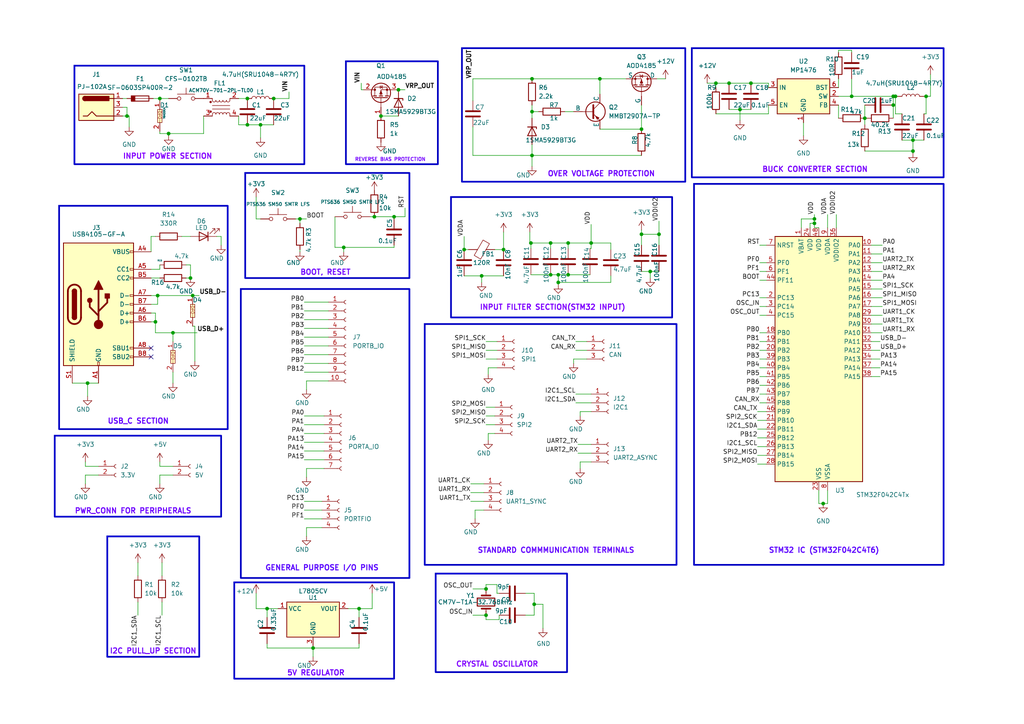
<source format=kicad_sch>
(kicad_sch (version 20230121) (generator eeschema)
  (paper "A4")
  (title_block (title "STM32 DEV KIT") (date "2024-04-04") (rev "REV1") (company "THE MIRS MECHATRONICS") (comment 1 "DESIGNED BY: JUNAID AHMAD MIR"))
  (junction (at 264.795 43.815))
  (junction (at 259.08 27.94))
  (junction (at 154.305 32.385))
  (junction (at 140.97 170.815))
  (junction (at 75.565 36.195))
  (junction (at 45.085 93.345))
  (junction (at 154.305 22.86))
  (junction (at 115.57 26.035))
  (junction (at 207.645 24.13))
  (junction (at 50.165 96.52))
  (junction (at 214.63 31.75))
  (junction (at 71.755 36.195))
  (junction (at 46.355 28.575))
  (junction (at 159.7025 79.6925))
  (junction (at 250.825 34.29))
  (junction (at 104.14 176.53))
  (junction (at 186.055 37.465))
  (junction (at 110.49 33.655))
  (junction (at 146.05 72.39))
  (junction (at 86.995 63.5))
  (junction (at 247.015 27.94))
  (junction (at 140.97 178.435))
  (junction (at 154.94 175.26))
  (junction (at 164.7825 70.485))
  (junction (at 139.7 80.01))
  (junction (at 236.22 64.77))
  (junction (at 55.245 80.645))
  (junction (at 164.7825 79.6925))
  (junction (at 264.795 40.64))
  (junction (at 71.755 28.575))
  (junction (at 134.62 72.39))
  (junction (at 55.88 85.725))
  (junction (at 259.715 27.94))
  (junction (at 36.83 33.655))
  (junction (at 186.055 67.945))
  (junction (at 259.08 30.48))
  (junction (at 171.45 70.485))
  (junction (at 236.22 63.5))
  (junction (at 77.47 176.53))
  (junction (at 268.605 27.94))
  (junction (at 161.925 79.6925))
  (junction (at 161.925 81.915))
  (junction (at 45.72 85.725))
  (junction (at 173.99 22.86))
  (junction (at 188.595 78.74))
  (junction (at 211.455 24.13))
  (junction (at 79.375 28.575))
  (junction (at 25.4 111.125))
  (junction (at 153.9875 70.485))
  (junction (at 99.695 71.755))
  (junction (at 154.305 45.085))
  (junction (at 191.135 67.945))
  (junction (at 108.585 62.865))
  (junction (at 90.805 187.96))
  (junction (at 114.3 62.865))
  (junction (at 48.895 38.735))
  (junction (at 217.805 24.13))
  (junction (at 159.7025 70.485))
  (junction (at 238.76 146.05))
  (no_connect (at 43.815 100.965))
  (no_connect (at 43.815 103.505))
  (wire (pts (xy 219.71 124.46) (xy 222.25 124.46)))
  (wire (pts (xy 171.45 72.0725) (xy 171.1325 72.0725)))
  (wire (pts (xy 46.355 38.735) (xy 46.355 38.1)))
  (wire (pts (xy 88.265 90.17) (xy 95.25 90.17)))
  (wire (pts (xy 220.345 81.28) (xy 222.25 81.28)))
  (wire (pts (xy 45.085 90.805) (xy 45.085 93.345)))
  (wire (pts (xy 259.715 27.94) (xy 260.35 27.94)))
  (wire (pts (xy 46.355 133.985) (xy 46.355 135.255)))
  (wire (pts (xy 219.71 119.38) (xy 222.25 119.38)))
  (wire (pts (xy 186.055 71.12) (xy 186.055 67.945)))
  (wire (pts (xy 252.73 78.74) (xy 255.905 78.74)))
  (wire (pts (xy 86.995 63.5) (xy 88.9 63.5)))
  (wire (pts (xy 167.005 101.6) (xy 170.18 101.6)))
  (wire (pts (xy 161.925 81.915) (xy 161.925 79.6925)))
  (wire (pts (xy 88.265 102.87) (xy 95.25 102.87)))
  (wire (pts (xy 161.925 79.6925) (xy 164.7825 79.6925)))
  (wire (pts (xy 252.73 99.06) (xy 255.27 99.06)))
  (wire (pts (xy 267.97 27.94) (xy 268.605 27.94)))
  (wire (pts (xy 190.5 22.86) (xy 193.04 22.86)))
  (wire (pts (xy 167.005 116.84) (xy 171.45 116.84)))
  (wire (pts (xy 77.47 187.96) (xy 90.805 187.96)))
  (wire (pts (xy 161.925 82.55) (xy 161.925 81.915)))
  (wire (pts (xy 46.99 174.625) (xy 46.99 178.435)))
  (wire (pts (xy 222.885 25.4) (xy 222.885 24.13)))
  (wire (pts (xy 243.205 22.86) (xy 243.205 25.4)))
  (wire (pts (xy 252.73 86.36) (xy 255.905 86.36)))
  (wire (pts (xy 52.705 68.58) (xy 55.245 68.58)))
  (wire (pts (xy 167.005 99.06) (xy 170.18 99.06)))
  (wire (pts (xy 188.595 78.74) (xy 191.135 78.74)))
  (wire (pts (xy 88.265 130.81) (xy 93.98 130.81)))
  (wire (pts (xy 143.51 125.73) (xy 141.605 125.73)))
  (wire (pts (xy 104.14 176.53) (xy 104.14 179.07)))
  (wire (pts (xy 220.345 76.2) (xy 222.25 76.2)))
  (wire (pts (xy 252.73 88.9) (xy 255.905 88.9)))
  (wire (pts (xy 157.48 175.26) (xy 154.94 175.26)))
  (wire (pts (xy 114.3 63.5) (xy 114.3 62.865)))
  (wire (pts (xy 69.215 28.575) (xy 71.755 28.575)))
  (wire (pts (xy 153.9875 70.485) (xy 153.9875 72.0725)))
  (wire (pts (xy 220.345 116.84) (xy 222.25 116.84)))
  (wire (pts (xy 77.47 176.53) (xy 80.645 176.53)))
  (wire (pts (xy 144.78 178.435) (xy 144.78 179.705)))
  (wire (pts (xy 88.265 147.955) (xy 93.345 147.955)))
  (wire (pts (xy 219.71 127) (xy 222.25 127)))
  (wire (pts (xy 173.99 27.305) (xy 173.99 22.86)))
  (wire (pts (xy 144.145 106.68) (xy 141.605 106.68)))
  (wire (pts (xy 177.165 80.01) (xy 177.165 81.915)))
  (wire (pts (xy 137.16 22.86) (xy 137.16 29.21)))
  (wire (pts (xy 43.815 68.58) (xy 43.815 73.025)))
  (wire (pts (xy 252.73 93.98) (xy 255.905 93.98)))
  (wire (pts (xy 93.98 135.89) (xy 88.9 135.89)))
  (wire (pts (xy 177.165 70.485) (xy 171.45 70.485)))
  (wire (pts (xy 250.825 34.29) (xy 251.46 34.29)))
  (wire (pts (xy 77.47 176.53) (xy 77.47 179.07)))
  (wire (pts (xy 267.97 33.02) (xy 268.605 33.02)))
  (wire (pts (xy 88.265 95.25) (xy 95.25 95.25)))
  (wire (pts (xy 252.73 106.68) (xy 255.27 106.68)))
  (wire (pts (xy 107.315 62.865) (xy 108.585 62.865)))
  (wire (pts (xy 167.64 128.905) (xy 171.45 128.905)))
  (wire (pts (xy 139.7 80.01) (xy 139.7 81.915)))
  (wire (pts (xy 64.135 68.58) (xy 64.135 71.12)))
  (wire (pts (xy 243.205 14.605) (xy 247.015 14.605)))
  (wire (pts (xy 43.815 88.265) (xy 45.72 88.265)))
  (wire (pts (xy 100.965 176.53) (xy 104.14 176.53)))
  (wire (pts (xy 46.355 28.575) (xy 48.895 28.575)))
  (wire (pts (xy 168.275 133.985) (xy 168.275 135.89)))
  (wire (pts (xy 88.9 135.89) (xy 88.9 138.43)))
  (wire (pts (xy 140.97 118.11) (xy 143.51 118.11)))
  (wire (pts (xy 188.595 78.74) (xy 188.595 80.645)))
  (wire (pts (xy 214.63 31.75) (xy 217.805 31.75)))
  (wire (pts (xy 220.345 86.36) (xy 222.25 86.36)))
  (wire (pts (xy 163.83 32.385) (xy 166.37 32.385)))
  (wire (pts (xy 88.265 107.95) (xy 95.25 107.95)))
  (wire (pts (xy 45.72 88.265) (xy 45.72 85.725)))
  (wire (pts (xy 243.205 34.29) (xy 243.205 30.48)))
  (wire (pts (xy 237.49 146.05) (xy 238.76 146.05)))
  (wire (pts (xy 259.08 27.94) (xy 259.08 30.48)))
  (wire (pts (xy 74.295 172.085) (xy 74.295 176.53)))
  (wire (pts (xy 191.135 71.12) (xy 191.135 67.945)))
  (wire (pts (xy 43.815 90.805) (xy 45.085 90.805)))
  (wire (pts (xy 140.97 101.6) (xy 144.145 101.6)))
  (wire (pts (xy 45.085 96.52) (xy 50.165 96.52)))
  (wire (pts (xy 107.95 172.085) (xy 107.95 176.53)))
  (wire (pts (xy 88.265 123.19) (xy 93.98 123.19)))
  (wire (pts (xy 140.97 178.435) (xy 140.97 179.705)))
  (wire (pts (xy 36.83 31.115) (xy 36.83 33.655)))
  (wire (pts (xy 35.56 33.655) (xy 36.83 33.655)))
  (wire (pts (xy 43.815 68.58) (xy 45.085 68.58)))
  (wire (pts (xy 146.05 80.01) (xy 139.7 80.01)))
  (wire (pts (xy 173.99 22.86) (xy 181.61 22.86)))
  (wire (pts (xy 104.775 26.035) (xy 105.41 26.035)))
  (wire (pts (xy 43.815 78.105) (xy 46.355 78.105)))
  (wire (pts (xy 88.9 110.49) (xy 95.25 110.49)))
  (wire (pts (xy 45.085 96.52) (xy 45.085 93.345)))
  (wire (pts (xy 137.16 36.83) (xy 137.16 45.085)))
  (wire (pts (xy 220.345 88.9) (xy 222.25 88.9)))
  (wire (pts (xy 159.7025 70.485) (xy 164.7825 70.485)))
  (wire (pts (xy 137.795 147.955) (xy 137.795 150.495)))
  (wire (pts (xy 144.145 169.545) (xy 144.145 172.085)))
  (wire (pts (xy 207.645 24.13) (xy 211.455 24.13)))
  (wire (pts (xy 88.265 128.27) (xy 93.98 128.27)))
  (wire (pts (xy 211.455 31.75) (xy 214.63 31.75)))
  (wire (pts (xy 48.895 39.37) (xy 48.895 38.735)))
  (wire (pts (xy 186.055 67.945) (xy 191.135 67.945)))
  (wire (pts (xy 152.4 178.435) (xy 154.94 178.435)))
  (wire (pts (xy 74.295 63.5) (xy 75.565 63.5)))
  (wire (pts (xy 86.995 63.5) (xy 86.995 64.77)))
  (wire (pts (xy 242.57 66.04) (xy 242.57 62.23)))
  (wire (pts (xy 115.57 26.035) (xy 117.475 26.035)))
  (wire (pts (xy 250.825 43.815) (xy 264.795 43.815)))
  (wire (pts (xy 53.975 80.645) (xy 55.245 80.645)))
  (wire (pts (xy 24.765 137.795) (xy 28.575 137.795)))
  (wire (pts (xy 43.815 93.345) (xy 45.085 93.345)))
  (wire (pts (xy 140.97 169.545) (xy 144.145 169.545)))
  (wire (pts (xy 146.05 67.31) (xy 146.05 72.39)))
  (wire (pts (xy 46.355 137.795) (xy 50.165 137.795)))
  (wire (pts (xy 99.695 71.755) (xy 114.3 71.755)))
  (wire (pts (xy 46.355 135.255) (xy 50.165 135.255)))
  (wire (pts (xy 252.73 96.52) (xy 255.905 96.52)))
  (wire (pts (xy 99.695 73.025) (xy 99.695 71.755)))
  (wire (pts (xy 141.605 125.73) (xy 141.605 127.635)))
  (wire (pts (xy 252.73 83.82) (xy 255.905 83.82)))
  (wire (pts (xy 56.515 94.615) (xy 55.88 94.615)))
  (wire (pts (xy 83.82 28.575) (xy 79.375 28.575)))
  (wire (pts (xy 154.305 22.86) (xy 173.99 22.86)))
  (wire (pts (xy 74.295 176.53) (xy 77.47 176.53)))
  (wire (pts (xy 219.71 132.08) (xy 222.25 132.08)))
  (wire (pts (xy 88.265 87.63) (xy 95.25 87.63)))
  (wire (pts (xy 137.16 178.435) (xy 140.97 178.435)))
  (wire (pts (xy 53.975 76.835) (xy 55.245 76.835)))
  (wire (pts (xy 159.7025 72.0725) (xy 159.7025 70.485)))
  (wire (pts (xy 154.94 175.26) (xy 154.94 178.435)))
  (wire (pts (xy 186.055 78.74) (xy 188.595 78.74)))
  (wire (pts (xy 36.83 33.655) (xy 37.465 33.655)))
  (wire (pts (xy 219.71 129.54) (xy 222.25 129.54)))
  (wire (pts (xy 252.73 76.2) (xy 255.905 76.2)))
  (wire (pts (xy 88.9 113.03) (xy 88.9 110.49)))
  (wire (pts (xy 104.14 187.96) (xy 90.805 187.96)))
  (wire (pts (xy 153.67 70.485) (xy 153.9875 70.485)))
  (wire (pts (xy 75.565 36.195) (xy 79.375 36.195)))
  (wire (pts (xy 86.995 73.025) (xy 86.995 72.39)))
  (wire (pts (xy 153.9875 79.6925) (xy 159.7025 79.6925)))
  (wire (pts (xy 83.82 26.67) (xy 83.82 28.575)))
  (wire (pts (xy 37.465 33.655) (xy 37.465 36.83)))
  (wire (pts (xy 137.16 22.86) (xy 154.305 22.86)))
  (wire (pts (xy 236.22 62.23) (xy 236.22 63.5)))
  (wire (pts (xy 104.14 186.69) (xy 104.14 187.96)))
  (wire (pts (xy 135.89 72.39) (xy 134.62 72.39)))
  (wire (pts (xy 252.73 81.28) (xy 255.905 81.28)))
  (wire (pts (xy 108.585 62.865) (xy 114.3 62.865)))
  (wire (pts (xy 88.265 150.495) (xy 93.345 150.495)))
  (wire (pts (xy 88.265 125.73) (xy 93.98 125.73)))
  (wire (pts (xy 220.345 91.44) (xy 222.25 91.44)))
  (wire (pts (xy 161.925 81.915) (xy 177.165 81.915)))
  (wire (pts (xy 259.08 30.48) (xy 259.08 34.29)))
  (wire (pts (xy 268.605 33.02) (xy 268.605 27.94)))
  (wire (pts (xy 46.355 140.335) (xy 46.355 137.795)))
  (wire (pts (xy 44.45 28.575) (xy 46.355 28.575)))
  (wire (pts (xy 252.73 73.66) (xy 255.905 73.66)))
  (wire (pts (xy 168.275 119.38) (xy 168.275 120.65)))
  (wire (pts (xy 166.37 104.14) (xy 166.37 105.41)))
  (wire (pts (xy 40.005 163.195) (xy 40.005 167.005)))
  (wire (pts (xy 55.245 76.835) (xy 55.245 80.645)))
  (wire (pts (xy 186.055 30.48) (xy 186.055 37.465)))
  (wire (pts (xy 88.265 133.35) (xy 93.98 133.35)))
  (wire (pts (xy 258.445 30.48) (xy 259.08 30.48)))
  (wire (pts (xy 25.4 114.935) (xy 25.4 111.125)))
  (wire (pts (xy 250.825 34.29) (xy 250.825 36.195)))
  (wire (pts (xy 217.805 24.13) (xy 222.885 24.13)))
  (wire (pts (xy 232.41 66.04) (xy 232.41 63.5)))
  (wire (pts (xy 159.7025 79.6925) (xy 161.925 79.6925)))
  (wire (pts (xy 88.265 120.65) (xy 93.98 120.65)))
  (wire (pts (xy 25.4 111.125) (xy 28.575 111.125)))
  (wire (pts (xy 240.03 142.24) (xy 240.03 146.05)))
  (wire (pts (xy 259.715 33.02) (xy 259.715 27.94)))
  (wire (pts (xy 232.41 63.5) (xy 236.22 63.5)))
  (wire (pts (xy 220.345 78.74) (xy 222.25 78.74)))
  (wire (pts (xy 74.295 57.15) (xy 74.295 63.5)))
  (wire (pts (xy 259.08 27.94) (xy 259.715 27.94)))
  (wire (pts (xy 220.345 101.6) (xy 222.25 101.6)))
  (wire (pts (xy 43.815 85.725) (xy 45.72 85.725)))
  (wire (pts (xy 88.265 100.33) (xy 95.25 100.33)))
  (wire (pts (xy 46.99 163.195) (xy 46.99 167.005)))
  (wire (pts (xy 154.305 48.26) (xy 154.305 45.085)))
  (wire (pts (xy 35.56 31.115) (xy 36.83 31.115)))
  (wire (pts (xy 220.345 106.68) (xy 222.25 106.68)))
  (wire (pts (xy 88.265 105.41) (xy 95.25 105.41)))
  (wire (pts (xy 62.865 68.58) (xy 64.135 68.58)))
  (wire (pts (xy 117.475 60.325) (xy 117.475 62.865)))
  (wire (pts (xy 20.955 111.125) (xy 25.4 111.125)))
  (wire (pts (xy 220.345 111.76) (xy 222.25 111.76)))
  (wire (pts (xy 164.7825 70.485) (xy 171.45 70.485)))
  (wire (pts (xy 220.345 109.22) (xy 222.25 109.22)))
  (wire (pts (xy 45.72 85.725) (xy 55.88 85.725)))
  (wire (pts (xy 220.345 96.52) (xy 222.25 96.52)))
  (wire (pts (xy 46.355 38.735) (xy 48.895 38.735)))
  (wire (pts (xy 236.22 63.5) (xy 236.22 64.77)))
  (wire (pts (xy 219.71 121.92) (xy 222.25 121.92)))
  (wire (pts (xy 220.345 104.14) (xy 222.25 104.14)))
  (wire (pts (xy 220.345 114.3) (xy 222.25 114.3)))
  (wire (pts (xy 264.795 43.815) (xy 264.795 44.45)))
  (wire (pts (xy 247.015 14.605) (xy 247.015 15.24)))
  (wire (pts (xy 85.725 63.5) (xy 86.995 63.5)))
  (wire (pts (xy 141.605 106.68) (xy 141.605 108.585)))
  (wire (pts (xy 153.9875 70.485) (xy 159.7025 70.485)))
  (wire (pts (xy 97.155 62.865) (xy 97.155 71.755)))
  (wire (pts (xy 24.765 135.255) (xy 28.575 135.255)))
  (wire (pts (xy 247.015 27.94) (xy 259.08 27.94)))
  (wire (pts (xy 24.765 133.985) (xy 24.765 135.255)))
  (wire (pts (xy 90.805 187.325) (xy 90.805 187.96)))
  (wire (pts (xy 136.525 145.415) (xy 140.335 145.415)))
  (wire (pts (xy 59.055 38.735) (xy 48.895 38.735)))
  (wire (pts (xy 137.16 170.815) (xy 140.97 170.815)))
  (wire (pts (xy 164.7825 72.0725) (xy 164.7825 70.485)))
  (wire (pts (xy 243.205 14.605) (xy 243.205 15.24)))
  (wire (pts (xy 252.73 101.6) (xy 255.27 101.6)))
  (wire (pts (xy 264.795 40.64) (xy 264.795 43.815)))
  (wire (pts (xy 88.9 153.035) (xy 88.9 155.575)))
  (wire (pts (xy 252.73 104.14) (xy 255.27 104.14)))
  (wire (pts (xy 154.94 172.085) (xy 154.94 175.26)))
  (wire (pts (xy 154.305 32.385) (xy 156.21 32.385)))
  (wire (pts (xy 56.515 94.615) (xy 56.515 104.775)))
  (wire (pts (xy 154.305 30.48) (xy 154.305 32.385)))
  (wire (pts (xy 140.97 99.06) (xy 144.145 99.06)))
  (wire (pts (xy 140.97 179.705) (xy 144.78 179.705)))
  (wire (pts (xy 69.215 36.195) (xy 71.755 36.195)))
  (wire (pts (xy 71.755 36.195) (xy 75.565 36.195)))
  (wire (pts (xy 207.645 33.02) (xy 222.885 33.02)))
  (wire (pts (xy 93.345 153.035) (xy 88.9 153.035)))
  (wire (pts (xy 269.875 21.59) (xy 269.875 27.94)))
  (wire (pts (xy 137.16 45.085) (xy 154.305 45.085)))
  (wire (pts (xy 233.045 35.56) (xy 233.045 39.37)))
  (wire (pts (xy 88.265 92.71) (xy 95.25 92.71)))
  (wire (pts (xy 136.525 140.335) (xy 140.335 140.335)))
  (wire (pts (xy 24.765 140.335) (xy 24.765 137.795)))
  (wire (pts (xy 136.525 142.875) (xy 140.335 142.875)))
  (wire (pts (xy 75.565 40.005) (xy 75.565 36.195)))
  (wire (pts (xy 152.4 172.085) (xy 154.94 172.085)))
  (wire (pts (xy 157.48 182.245) (xy 157.48 175.26)))
  (wire (pts (xy 144.145 172.085) (xy 144.78 172.085)))
  (wire (pts (xy 177.165 72.39) (xy 177.165 70.485)))
  (wire (pts (xy 236.22 64.77) (xy 236.22 66.04)))
  (wire (pts (xy 220.345 71.12) (xy 222.25 71.12)))
  (wire (pts (xy 247.015 22.86) (xy 247.015 27.94)))
  (wire (pts (xy 97.155 71.755) (xy 99.695 71.755)))
  (wire (pts (xy 261.62 40.64) (xy 264.795 40.64)))
  (wire (pts (xy 154.305 45.085) (xy 154.305 41.91)))
  (wire (pts (xy 40.005 174.625) (xy 40.005 178.435)))
  (wire (pts (xy 90.805 187.96) (xy 90.805 190.5)))
  (wire (pts (xy 222.885 30.48) (xy 222.885 33.02)))
  (wire (pts (xy 250.825 30.48) (xy 250.825 34.29)))
  (wire (pts (xy 140.335 147.955) (xy 137.795 147.955)))
  (wire (pts (xy 171.45 65.0875) (xy 171.45 70.485)))
  (wire (pts (xy 134.62 68.58) (xy 134.62 72.39)))
  (wire (pts (xy 252.73 71.12) (xy 255.905 71.12)))
  (wire (pts (xy 140.97 104.14) (xy 144.145 104.14)))
  (wire (pts (xy 240.03 146.05) (xy 238.76 146.05)))
  (wire (pts (xy 214.63 31.75) (xy 214.63 34.925)))
  (wire (pts (xy 117.475 62.865) (xy 114.3 62.865)))
  (wire (pts (xy 234.95 64.77) (xy 236.22 64.77)))
  (wire (pts (xy 170.18 104.14) (xy 166.37 104.14)))
  (wire (pts (xy 154.305 32.385) (xy 154.305 34.29)))
  (wire (pts (xy 237.49 142.24) (xy 237.49 146.05)))
  (wire (pts (xy 264.795 40.64) (xy 267.97 40.64)))
  (wire (pts (xy 55.88 85.725) (xy 57.785 85.725)))
  (wire (pts (xy 220.345 99.06) (xy 222.25 99.06)))
  (wire (pts (xy 69.215 33.655) (xy 69.215 36.195)))
  (wire (pts (xy 236.22 66.04) (xy 237.49 66.04)))
  (wire (pts (xy 43.815 80.645) (xy 46.355 80.645)))
  (wire (pts (xy 205.105 24.13) (xy 207.645 24.13)))
  (wire (pts (xy 191.135 64.135) (xy 191.135 67.945)))
  (wire (pts (xy 207.645 24.13) (xy 207.645 25.4)))
  (wire (pts (xy 146.05 72.39) (xy 143.51 72.39)))
  (wire (pts (xy 269.875 27.94) (xy 268.605 27.94)))
  (wire (pts (xy 104.775 24.13) (xy 104.775 26.035)))
  (wire (pts (xy 211.455 24.13) (xy 217.805 24.13)))
  (wire (pts (xy 35.56 28.575) (xy 36.83 28.575)))
  (wire (pts (xy 46.355 29.21) (xy 46.355 28.575)))
  (wire (pts (xy 252.73 109.22) (xy 255.27 109.22)))
  (wire (pts (xy 110.49 33.655) (xy 115.57 33.655)))
  (wire (pts (xy 186.055 66.675) (xy 186.055 67.945)))
  (wire (pts (xy 140.97 120.65) (xy 143.51 120.65)))
  (wire (pts (xy 234.95 66.04) (xy 234.95 64.77)))
  (wire (pts (xy 173.99 37.465) (xy 186.055 37.465)))
  (wire (pts (xy 88.265 145.415) (xy 93.345 145.415)))
  (wire (pts (xy 77.47 186.69) (xy 77.47 187.96)))
  (wire (pts (xy 50.165 96.52) (xy 50.165 99.06)))
  (wire (pts (xy 171.45 119.38) (xy 168.275 119.38)))
  (wire (pts (xy 140.97 123.19) (xy 143.51 123.19)))
  (wire (pts (xy 243.205 27.94) (xy 247.015 27.94)))
  (wire (pts (xy 140.97 169.545) (xy 140.97 170.815)))
  (wire (pts (xy 167.64 131.445) (xy 171.45 131.445)))
  (wire (pts (xy 50.165 96.52) (xy 57.15 96.52)))
  (wire (pts (xy 259.715 33.02) (xy 261.62 33.02)))
  (wire (pts (xy 46.355 78.105) (xy 46.355 76.835)))
  (wire (pts (xy 219.71 134.62) (xy 222.25 134.62)))
  (wire (pts (xy 153.67 67.31) (xy 153.67 70.485)))
  (wire (pts (xy 50.165 107.95) (xy 50.165 111.125)))
  (wire (pts (xy 252.73 91.44) (xy 255.905 91.44)))
  (wire (pts (xy 164.7825 79.6925) (xy 171.1325 79.6925)))
  (wire (pts (xy 88.265 97.79) (xy 95.25 97.79)))
  (wire (pts (xy 134.62 80.01) (xy 139.7 80.01)))
  (wire (pts (xy 114.3 71.755) (xy 114.3 71.12)))
  (wire (pts (xy 171.45 70.485) (xy 171.45 72.0725)))
  (wire (pts (xy 167.005 114.3) (xy 171.45 114.3)))
  (wire (pts (xy 59.055 33.655) (xy 59.055 38.735)))
  (wire (pts (xy 240.03 62.23) (xy 240.03 66.04)))
  (wire (pts (xy 104.14 176.53) (xy 107.95 176.53)))
  (wire (pts (xy 171.45 133.985) (xy 168.275 133.985)))
  (wire (pts (xy 154.305 45.085) (xy 186.055 45.085)))
  (rectangle (start 69.85 83.82) (end 118.745 167.64) (stroke (width 0.5)))
  (rectangle (start 133.985 13.97) (end 198.755 52.705) (stroke (width 0.5)))
  (rectangle (start 200.66 13.97) (end 273.685 51.435) (stroke (width 0.5)))
  (rectangle (start 64.135 124.46) (end 64.135 124.46))
  (rectangle (start 15.875 126.365) (end 64.135 149.86) (stroke (width 0.5)))
  (rectangle (start 201.295 53.34) (end 273.685 163.83) (stroke (width 0.5)))
  (rectangle (start 71.12 50.165) (end 118.745 80.645) (stroke (width 0.5)))
  (rectangle (start 67.945 168.91) (end 114.3 196.85) (stroke (width 0.5)))
  (rectangle (start 100.33 17.78) (end 127 47.625) (stroke (width 0.5)))
  (rectangle (start 126.365 166.37) (end 164.465 194.945) (stroke (width 0.5)))
  (rectangle (start 130.81 57.15) (end 194.945 92.075) (stroke (width 0.5)))
  (rectangle (start 17.145 59.69) (end 66.04 124.46) (stroke (width 0.5)))
  (rectangle (start 21.59 19.05) (end 88.265 47.625) (stroke (width 0.5)))
  (rectangle (start 123.19 93.98) (end 196.215 163.83) (stroke (width 0.5)))
  (rectangle (start 64.135 147.955) (end 64.135 147.955))
  (rectangle (start 31.115 155.575) (end 57.785 190.5) (stroke (width 0.5)))
  (text "CRYSTAL OSCILLATOR" (at 156.21 193.675 0) (effects (font (size 1.5 1.5) (thickness 0.3) bold) (justify right bottom)))
  (text "OVER VOLTAGE PROTECTION\n" (at 158.75 51.435 0) (effects (font (size 1.5 1.5) bold) (justify left bottom)))
  (text "STANDARD COMMMUNICATION TERMINALS" (at 138.43 160.655 0) (effects (font (size 1.5 1.5) (thickness 0.3) bold) (justify left bottom)))
  (text "REVERSE BIAS PROTECTION\n" (at 102.87 46.99 0) (effects (font (size 1 1) bold) (justify left bottom)))
  (text "BOOT, RESET" (at 86.995 80.01 0) (effects (font (size 1.5 1.5) bold) (justify left bottom)))
  (text "BUCK CONVERTER SECTION\n" (at 220.98 50.165 0) (effects (font (size 1.5 1.5) (thickness 0.3) bold) (justify left bottom)))
  (text "INPUT POWER SECTION" (at 35.56 46.355 0) (effects (font (size 1.5 1.5) (thickness 0.3) bold) (justify left bottom)))
  (text "5V REGULATOR\n" (at 83.185 196.215 0) (effects (font (size 1.5 1.5) bold) (justify left bottom)))
  (text "INPUT FILTER SECTION(STM32 INPUT)" (at 139.065 90.17 0) (effects (font (size 1.5 1.5) bold) (justify left bottom)))
  (text "PWR_CONN FOR PERIPHERALS\n" (at 21.59 149.225 0) (effects (font (size 1.5 1.5) bold) (justify left bottom)))
  (text "I2C PULL_UP SECTION" (at 31.75 189.865 0) (effects (font (size 1.5 1.5) (thickness 0.3) bold) (justify left bottom)))
  (text "GENERAL PURPOSE I/O PINS" (at 76.835 165.735 0) (effects (font (size 1.5 1.5) (thickness 0.3) bold) (justify left bottom)))
  (text "STM32 IC (STM32F042C4T6)\n" (at 222.885 160.655 0) (effects (font (size 1.5 1.5) (thickness 0.3) bold) (justify left bottom)))
  (text "USB_C SECTION\n" (at 31.115 123.19 0) (effects (font (size 1.5 1.5) bold) (justify left bottom)))
  (label "VIN" (at 83.82 26.67 90) (effects (font bold)))
  (label "CAN_RX" (at 167.005 101.6 180))
  (label "PA14" (at 88.265 130.81 180))
  (label "SPI2_MISO" (at 219.71 132.08 180))
  (label "OSC_OUT" (at 137.16 170.815 180))
  (label "CAN_TX" (at 219.71 119.38 180))
  (label "SPI1_MOSI" (at 140.97 104.14 180))
  (label "VDDA" (at 134.62 68.58 90))
  (label "PB6" (at 88.265 102.87 180))
  (label "SPI2_MOSI" (at 140.97 118.11 180))
  (label "PB3" (at 220.345 104.14 180))
  (label "SPI1_MOSI" (at 255.905 88.9 0))
  (label "PB12" (at 88.265 107.95 180))
  (label "I2C1_SDA" (at 40.005 178.435 270))
  (label "PA0" (at 88.265 120.65 180))
  (label "UART2_RX" (at 167.64 131.445 180))
  (label "PA4" (at 88.265 125.73 180))
  (label "PA1" (at 255.905 73.66 0))
  (label "PF0" (at 220.345 76.2 180))
  (label "PB1" (at 88.265 90.17 180))
  (label "UART1_CK" (at 255.905 91.44 0))
  (label "RST" (at 117.475 60.325 90))
  (label "PA15" (at 255.27 109.22 0))
  (label "OSC_IN" (at 220.345 88.9 180))
  (label "USB_D+" (at 255.27 101.6 0))
  (label "VDDIO2" (at 191.135 64.135 90))
  (label "I2C1_SCL" (at 219.71 129.54 180))
  (label "I2C1_SDA" (at 219.71 124.46 180))
  (label "VDDIO2" (at 242.57 62.23 90))
  (label "UART1_CK" (at 136.525 140.335 180))
  (label "UART1_TX" (at 136.525 145.415 180))
  (label "SPI2_SCK" (at 140.97 123.19 180))
  (label "BOOT" (at 220.345 81.28 180))
  (label "USB_D-" (at 57.785 85.725 0) (effects (font bold)))
  (label "PF0" (at 88.265 147.955 180))
  (label "RST" (at 220.345 71.12 180))
  (label "PB7" (at 88.265 105.41 180))
  (label "UART2_RX" (at 255.905 78.74 0))
  (label "UART2_TX" (at 255.905 76.2 0))
  (label "PC13" (at 220.345 86.36 180))
  (label "SPI2_MISO" (at 140.97 120.65 180))
  (label "PF1" (at 220.345 78.74 180))
  (label "VDD" (at 171.45 65.0875 90))
  (label "BOOT" (at 88.9 63.5 0))
  (label "PA13" (at 88.265 128.27 180))
  (label "UART1_RX" (at 255.905 96.52 0))
  (label "SPI1_MISO" (at 140.97 101.6 180))
  (label "PB4" (at 88.265 97.79 180))
  (label "PB3" (at 88.265 95.25 180))
  (label "PB0" (at 88.265 87.63 180))
  (label "VDD" (at 236.22 62.23 90))
  (label "UART2_TX" (at 167.64 128.905 180))
  (label "I2C1_SDA" (at 167.005 116.84 180))
  (label "SPI1_MISO" (at 255.905 86.36 0))
  (label "VRP_OUT" (at 117.475 26.035 0) (effects (font bold)))
  (label "UART1_RX" (at 136.525 142.875 180))
  (label "PA4" (at 255.905 81.28 0))
  (label "PB5" (at 88.265 100.33 180))
  (label "I2C1_SCL" (at 167.005 114.3 180))
  (label "PB6" (at 220.345 111.76 180))
  (label "PB5" (at 220.345 109.22 180))
  (label "VIN" (at 104.775 24.13 90) (effects (font bold)))
  (label "PB1" (at 220.345 99.06 180))
  (label "PB12" (at 219.71 127 180))
  (label "PA14" (at 255.27 106.68 0))
  (label "PC13" (at 88.265 145.415 180))
  (label "SPI2_MOSI" (at 219.71 134.62 180))
  (label "VDDA" (at 240.03 62.23 90))
  (label "CAN_TX" (at 167.005 99.06 180))
  (label "SPI1_SCK" (at 255.905 83.82 0))
  (label "PA13" (at 255.27 104.14 0))
  (label "USB_D-" (at 255.27 99.06 0))
  (label "UART1_TX" (at 255.905 93.98 0))
  (label "PB7" (at 220.345 114.3 180))
  (label "OSC_IN" (at 137.16 178.435 180))
  (label "OSC_OUT" (at 220.345 91.44 180))
  (label "PB2" (at 220.345 101.6 180))
  (label "PA0" (at 255.905 71.12 0))
  (label "SPI2_SCK" (at 219.71 121.92 180))
  (label "SPI1_SCK" (at 140.97 99.06 180))
  (label "PF1" (at 88.265 150.495 180))
  (label "PB0" (at 220.345 96.52 180))
  (label "PA1" (at 88.265 123.19 180))
  (label "CAN_RX" (at 220.345 116.84 180))
  (label "PB2" (at 88.265 92.71 180))
  (label "PA15" (at 88.265 133.35 180))
  (label "USB_D+" (at 57.15 96.52 0) (effects (font bold)))
  (label "VRP_OUT" (at 137.16 22.86 90) (effects (font bold)))
  (label "PB4" (at 220.345 106.68 180))
  (label "I2C1_SCL" (at 46.99 178.435 270))
  (symbol (lib_id "power:+5V") (at 46.355 133.985 0) (unit 1)
    (property "Reference" "#PWR06" (effects hide))
    (property "Value" "+5V" (at 46.355 128.905 0))
  )
  (symbol (lib_id "power:+12V") (at 205.105 24.13 0) (unit 1)
    (property "Reference" "#PWR037" (effects hide))
    (property "Value" "+12V" (at 205.105 19.05 0))
  )
  (symbol (lib_id "power:GND") (at 141.605 127.635 0) (unit 1)
    (property "Reference" "#PWR025" (effects hide))
    (property "Value" "GND" (at 140.335 131.445 0))
  )
  (symbol (lib_id "Device:C") (at 247.015 19.05 0) (unit 1)
    (property "Reference" "C19" (at 248.285 16.51 0) (effects (justify left)))
    (property "Value" "1uF" (at 247.015 20.955 0) (effects (justify left)))
    (property "Footprint" "Capacitor_SMD:C_0603_1608Metric" (effects hide))
  )
  (symbol (lib_id "Connector:Conn_01x02_Socket") (at 33.655 135.255 0) (unit 1)
    (property "Reference" "J2" (at 34.925 135.255 0) (effects (justify left)))
    (property "Value" "3.3V" (at 34.925 137.795 0) (effects (justify left)))
    (property "Footprint" "Connector_JST:JST_EH_B2B-EH-A_1x02_P2.50mm_Vertical" (effects hide))
  )
  (symbol (lib_id "Connector:USB_C_Receptacle_USB2.0") (at 28.575 88.265 0) (unit 1)
    (property "Reference" "J3" (at 27.94 66.04 0))
    (property "Value" "USB4105-GF-A" (at 28.575 67.945 0))
    (property "Footprint" "Connector_USB:USB_C_Receptacle_GCT_USB4105-xx-A_16P_TopMnt_Horizontal" (effects hide))
    (property "Datasheet" "https://www.usb.org/sites/default/files/documents/usb_type-c.zip" (effects hide))
  )
  (symbol (lib_id "power:+12V") (at 193.04 22.86 0) (unit 1)
    (property "Reference" "#PWR036" (effects hide))
    (property "Value" "+12V" (at 193.04 17.78 0))
  )
  (symbol (lib_id "Device:R") (at 247.015 34.29 90) (unit 1)
    (property "Reference" "R11" (at 245.745 31.75 90))
    (property "Value" "47k" (at 248.285 32.385 90))
    (property "Footprint" "Resistor_SMD:R_0603_1608Metric" (effects hide))
  )
  (symbol (lib_id "MCU_ST_STM32F0:STM32F042C4Tx") (at 237.49 104.14 0) (unit 1)
    (property "Reference" "U3" (at 242.2241 142.24 0) (effects (justify left)))
    (property "Value" "STM32F042C4Tx" (at 248.285 143.51 0) (effects (justify left)))
    (property "Footprint" "Package_QFP:LQFP-48_7x7mm_P0.5mm" (effects hide))
    (property "Datasheet" "https://www.st.com/resource/en/datasheet/stm32f042c4.pdf" (effects hide))
  )
  (symbol (lib_id "power:GND") (at 141.605 108.585 0) (unit 1)
    (property "Reference" "#PWR024" (effects hide))
    (property "Value" "GND" (at 141.605 113.03 0))
  )
  (symbol (lib_id "TVS_diode:tvs_diode_symbol") (at 45.085 33.02 270) (unit 1)
    (property "Reference" "D1" (at 46.355 30.48 90) (effects (justify left)))
    (property "Value" "T6N33CA" (at 47.625 31.115 0) (effects (font (size 0.5 0.5)) (justify left)))
    (property "Footprint" "Diode_SMD:Vishay_SMPA" (effects hide))
  )
  (symbol (lib_id "Device:R") (at 243.205 19.05 0) (unit 1)
    (property "Reference" "R10" (at 239.395 17.145 0) (effects (justify left)))
    (property "Value" "10R" (at 241.3 22.225 90) (effects (justify left)))
    (property "Footprint" "Resistor_SMD:R_0603_1608Metric" (effects hide))
  )
  (symbol (lib_id "Connector:Conn_01x04_Socket") (at 98.425 147.955 0) (unit 1)
    (property "Reference" "J5" (at 99.695 147.955 0) (effects (justify left)))
    (property "Value" "PORTFIO" (at 99.695 150.495 0) (effects (justify left)))
    (property "Footprint" "Connector_PinHeader_2.54mm:PinHeader_1x04_P2.54mm_Vertical" (effects hide))
  )
  (symbol (lib_id "power:GND") (at 99.695 73.025 0) (unit 1)
    (property "Reference" "#PWR018" (effects hide))
    (property "Value" "GND" (at 97.79 76.2 0))
  )
  (symbol (lib_id "power:GND") (at 168.275 120.65 0) (unit 1)
    (property "Reference" "#PWR032" (effects hide))
    (property "Value" "GND" (at 167.005 124.46 0))
  )
  (symbol (lib_id "power:+3V3") (at 269.875 21.59 0) (unit 1)
    (property "Reference" "#PWR042" (effects hide))
    (property "Value" "+3V3" (at 269.875 16.51 0))
  )
  (symbol (lib_id "TVS_diode:tvs_diode_symbol") (at 48.895 102.87 270) (unit 1)
    (property "Reference" "D5" (at 50.165 100.33 90) (effects (justify left)))
    (property "Value" "T6N33CA" (effects hide))
    (property "Footprint" "tvs_diode_footprint:tvs_diode_footprint" (effects hide))
  )
  (symbol (lib_id "Device:L") (at 75.565 28.575 90) (unit 1)
    (property "Reference" "L1" (at 75.565 26.67 90))
    (property "Value" "4.7uH(SRU1048-4R7Y)" (at 75.565 21.59 90))
    (property "Footprint" "Inductor_SMD:L_Bourns-SRU1028_10.0x10.0mm" (effects hide))
  )
  (symbol (lib_id "Device:C") (at 186.055 74.93 180) (unit 1)
    (property "Reference" "C15" (at 184.785 72.39 90))
    (property "Value" "4.7uF" (at 185.42 79.375 90))
    (property "Footprint" "Capacitor_SMD:C_0603_1608Metric" (effects hide))
  )
  (symbol (lib_id "Device:R") (at 86.995 68.58 180) (unit 1)
    (property "Reference" "R3" (at 89.535 67.31 90))
    (property "Value" "4.7k" (at 89.535 71.12 90))
    (property "Footprint" "Resistor_SMD:R_0603_1608Metric" (effects hide))
  )
  (symbol (lib_id "Connector:Jack-DC") (at 27.94 31.115 0) (unit 1)
    (property "Reference" "J1" (at 27.94 21.59 0))
    (property "Value" "\nPJ-102A\n" (at 26.67 24.13 0))
    (property "Footprint" "Connector_BarrelJack:BarrelJack_Horizontal" (effects hide))
  )
  (symbol (lib_id "power:GND") (at 25.4 114.935 0) (unit 1)
    (property "Reference" "#PWR03" (effects hide))
    (property "Value" "GND" (at 24.13 118.745 0))
  )
  (symbol (lib_id "Device:R") (at 154.305 26.67 0) (unit 1)
    (property "Reference" "R6" (at 156.21 25.4 0) (effects (justify left)))
    (property "Value" "2.2k" (at 156.21 27.94 0) (effects (justify left)))
    (property "Footprint" "Resistor_SMD:R_0603_1608Metric" (effects hide))
  )
  (symbol (lib_id "Device:R") (at 50.165 76.835 270) (unit 1)
    (property "Reference" "R15" (at 46.355 75.565 90) (effects (font (size 0.45 0.45))))
    (property "Value" "4.7k" (at 52.705 74.295 90))
    (property "Footprint" "Resistor_SMD:R_0603_1608Metric" (effects hide))
  )
  (symbol (lib_id "Connector:Conn_01x03_Socket") (at 176.53 131.445 0) (unit 1)
    (property "Reference" "J13" (at 177.8 130.175 0) (effects (justify left)))
    (property "Value" "UART2_ASYNC" (at 177.8 132.715 0) (effects (justify left)))
    (property "Footprint" "Connector_JST:JST_PH_B3B-PH-K_1x03_P2.00mm_Vertical" (effects hide))
  )
  (symbol (lib_id "power:GND") (at 157.48 182.245 0) (unit 1)
    (property "Reference" "#PWR029" (effects hide))
    (property "Value" "GND" (at 155.575 186.69 0) (effects (justify left)))
  )
  (symbol (lib_id "Device:L") (at 264.16 27.94 90) (unit 1)
    (property "Reference" "L2" (at 264.16 25.4 90))
    (property "Value" "4.7uH(SRU1048-4R7Y)" (at 262.255 24.13 90))
    (property "Footprint" "Inductor_SMD:L_Bourns-SRU1028_10.0x10.0mm" (effects hide))
  )
  (symbol (lib_id "Device:R") (at 207.645 29.21 0) (unit 1)
    (property "Reference" "R9" (at 205.105 25.4 0) (effects (justify left)))
    (property "Value" "100k" (at 205.74 31.75 90) (effects (justify left)))
    (property "Footprint" "Resistor_SMD:R_0603_1608Metric" (effects hide))
  )
  (symbol (lib_id "power:GND") (at 139.7 81.915 0) (unit 1)
    (property "Reference" "#PWR023" (effects hide))
    (property "Value" "GND" (at 140.97 85.725 0))
  )
  (symbol (lib_id "power:+12V") (at 74.295 172.085 0) (unit 1)
    (property "Reference" "#PWR011" (effects hide))
    (property "Value" "+12V" (at 71.12 171.45 0))
  )
  (symbol (lib_id "Device:C") (at 71.755 32.385 0) (unit 1)
    (property "Reference" "C1" (at 73.025 30.48 0) (effects (justify left)))
    (property "Value" "22uF" (at 72.39 34.29 0) (effects (justify left)))
    (property "Footprint" "Capacitor_SMD:C_0603_1608Metric" (effects hide))
  )
  (symbol (lib_id "Device:Crystal") (at 140.97 174.625 90) (unit 1)
    (property "Reference" "Y1" (at 135.255 172.72 90) (effects (justify right)))
    (property "Value" "CM7V-T1A-32.768kHz" (at 127 174.625 90) (effects (justify right)))
    (property "Footprint" "OSCILLATOR:XTAL_CM7V-T1A-32.768KHZ-12.5PF-100PPM-TB-QC" (effects hide))
  )
  (symbol (lib_id "Switch:SW_Push") (at 53.975 28.575 0) (unit 1)
    (property "Reference" "SW1" (at 53.975 20.32 0))
    (property "Value" "CFS-0102TB" (at 53.975 22.86 0))
    (property "Footprint" "Button_Switch_SMD:SW_Tactile_SPST_NO_Straight_CK_PTS636Sx25SMTRLFS" (effects hide))
  )
  (symbol (lib_id "power:GND") (at 137.795 150.495 0) (unit 1)
    (property "Reference" "#PWR022" (effects hide))
    (property "Value" "GND" (at 136.525 154.305 0))
  )
  (symbol (lib_id "Connector:Conn_01x04_Socket") (at 148.59 120.65 0) (unit 1)
    (property "Reference" "J9" (at 149.86 120.65 0) (effects (justify left)))
    (property "Value" "SPI2" (at 149.86 123.19 0) (effects (justify left)))
    (property "Footprint" "Connector_JST:JST_PH_B4B-PH-K_1x04_P2.00mm_Vertical" (effects hide))
  )
  (symbol (lib_id "Connector:Conn_01x03_Socket") (at 175.26 101.6 0) (unit 1)
    (property "Reference" "J11" (at 176.53 100.33 0) (effects (justify left)))
    (property "Value" "CAN" (at 176.53 102.87 0) (effects (justify left)))
    (property "Footprint" "Connector_JST:JST_PH_B3B-PH-K_1x03_P2.00mm_Vertical" (effects hide))
  )
  (symbol (lib_id "power:GND") (at 264.795 44.45 0) (unit 1)
    (property "Reference" "#PWR041" (effects hide))
    (property "Value" "GND" (at 264.795 49.53 0))
  )
  (symbol (lib_id "power:GND") (at 214.63 34.925 0) (unit 1)
    (property "Reference" "#PWR038" (effects hide))
    (property "Value" "GND" (at 214.63 40.005 0))
  )
  (symbol (lib_id "Device:D_Zener") (at 154.305 38.1 270) (unit 1)
    (property "Reference" "D3" (at 156.845 36.83 90) (effects (justify left)))
    (property "Value" "1SMA5929BT3G" (at 152.4 40.64 90) (effects (justify left)))
    (property "Footprint" "Diode_SMD:D_SMB" (effects hide))
  )
  (symbol (lib_id "power:GND") (at 64.135 71.12 0) (unit 1)
    (property "Reference" "#PWR045" (effects hide))
    (property "Value" "GND" (at 62.865 74.93 0))
  )
  (symbol (lib_id "power:+3V3") (at 74.295 57.15 0) (unit 1)
    (property "Reference" "#PWR010" (effects hide))
    (property "Value" "+3V3" (at 74.295 53.34 0))
  )
  (symbol (lib_id "Device:R") (at 250.825 40.005 0) (unit 1)
    (property "Reference" "R12" (at 247.015 38.735 0) (effects (justify left)))
    (property "Value" "13k" (at 245.745 41.91 0) (effects (justify left)))
    (property "Footprint" "Resistor_SMD:R_0603_1608Metric" (effects hide))
  )
  (symbol (lib_id "power:+3V3") (at 146.05 67.31 0) (unit 1)
    (property "Reference" "#PWR027" (effects hide))
    (property "Value" "+3V3" (at 146.05 62.23 0))
  )
  (symbol (lib_id "Device:C") (at 77.47 182.88 180) (unit 1)
    (property "Reference" "C2" (at 75.565 180.975 90))
    (property "Value" "0.33uF" (at 79.375 179.705 90))
    (property "Footprint" "Capacitor_SMD:C_0603_1608Metric" (effects hide))
  )
  (symbol (lib_id "power:GND") (at 233.045 39.37 0) (unit 1)
    (property "Reference" "#PWR039" (effects hide))
    (property "Value" "GND" (at 233.045 44.45 0))
  )
  (symbol (lib_id "power:GND") (at 90.805 190.5 0) (unit 1)
    (property "Reference" "#PWR017" (effects hide))
    (property "Value" "GND" (at 88.265 193.04 0))
  )
  (symbol (lib_id "Device:C") (at 146.05 76.2 0) (unit 1)
    (property "Reference" "C8" (at 147.32 73.66 90))
    (property "Value" "10nF" (at 147.32 78.74 90))
    (property "Footprint" "Capacitor_SMD:C_0603_1608Metric" (effects hide))
  )
  (symbol (lib_id "Device:C") (at 211.455 27.94 0) (unit 1)
    (property "Reference" "C17" (at 212.725 25.4 0) (effects (justify left)))
    (property "Value" "22uF" (at 212.725 30.48 0) (effects (justify left)))
    (property "Footprint" "Capacitor_SMD:C_0603_1608Metric" (effects hide))
  )
  (symbol (lib_id "Device:D_Zener") (at 115.57 29.845 270) (unit 1)
    (property "Reference" "D2" (at 118.11 28.575 90) (effects (justify left)))
    (property "Value" "1SMA5929BT3G" (at 111.76 32.385 90) (effects (justify left)))
    (property "Footprint" "Diode_SMD:D_SMB" (effects hide))
  )
  (symbol (lib_id "power:GND") (at 161.925 82.55 0) (unit 1)
    (property "Reference" "#PWR030" (effects hide))
    (property "Value" "GND" (at 160.655 86.36 0))
  )
  (symbol (lib_id "Device:C") (at 137.16 33.02 0) (unit 1)
    (property "Reference" "C7" (at 137.795 31.115 0) (effects (justify left)))
    (property "Value" "22uF" (at 137.16 35.56 0) (effects (justify left)))
    (property "Footprint" "Capacitor_SMD:C_0603_1608Metric" (effects hide))
  )
  (symbol (lib_id "power:GND") (at 56.515 104.775 0) (unit 1)
    (property "Reference" "#PWR044" (effects hide))
    (property "Value" "GND" (at 55.245 108.585 0))
  )
  (symbol (lib_id "Switch:SW_Push") (at 102.235 62.865 0) (unit 1)
    (property "Reference" "SW3" (at 102.235 55.245 0))
    (property "Value" "\nPTS636 SM50 SMTR LFS\n" (at 102.235 57.785 0) (effects (font (size 1 1))))
    (property "Footprint" "Button_Switch_SMD:SW_Tactile_SPST_NO_Straight_CK_PTS636Sx25SMTRLFS" (effects hide))
  )
  (symbol (lib_id "Device:C") (at 164.7825 75.8825 180) (unit 1)
    (property "Reference" "C13" (at 163.5125 73.3425 90))
    (property "Value" "100nF" (at 163.5125 79.0575 90))
    (property "Footprint" "Capacitor_SMD:C_0603_1608Metric" (effects hide))
  )
  (symbol (lib_id "power:GND") (at 86.995 73.025 0) (unit 1)
    (property "Reference" "#PWR013" (effects hide))
    (property "Value" "GND" (at 85.09 76.2 0))
  )
  (symbol (lib_id "Connector:Conn_01x10_Socket") (at 100.33 97.79 0) (unit 1)
    (property "Reference" "J7" (at 102.235 97.79 0) (effects (justify left)))
    (property "Value" "PORTB_IO" (at 102.235 100.33 0) (effects (justify left)))
    (property "Footprint" "Connector_PinHeader_2.54mm:PinHeader_1x10_P2.54mm_Vertical" (effects hide))
  )
  (symbol (lib_id "power:GND") (at 188.595 80.645 0) (unit 1)
    (property "Reference" "#PWR035" (effects hide))
    (property "Value" "GND" (at 187.325 84.455 0))
  )
  (symbol (lib_id "power:GND") (at 88.9 138.43 0) (unit 1)
    (property "Reference" "#PWR015" (effects hide))
    (property "Value" "GND" (at 87.63 142.24 0))
  )
  (symbol (lib_id "power:GND") (at 46.355 140.335 0) (unit 1)
    (property "Reference" "#PWR07" (effects hide))
    (property "Value" "GND" (at 45.085 144.145 0))
  )
  (symbol (lib_id "Device:C") (at 217.805 27.94 0) (unit 1)
    (property "Reference" "C18" (at 219.075 25.4 0) (effects (justify left)))
    (property "Value" "0.1uF" (at 217.805 30.48 0) (effects (justify left)))
    (property "Footprint" "Capacitor_SMD:C_0603_1608Metric" (effects hide))
  )
  (symbol (lib_id "power:GND") (at 24.765 140.335 0) (unit 1)
    (property "Reference" "#PWR02" (effects hide))
    (property "Value" "GND" (at 23.495 144.145 0))
  )
  (symbol (lib_id "Regulator_Switching:MP1470") (at 233.045 27.94 0) (unit 1)
    (property "Reference" "U2" (at 233.045 17.78 0))
    (property "Value" "MP1476" (at 233.045 20.32 0))
    (property "Footprint" "Package_TO_SOT_SMD:TSOT-23-6" (effects hide))
    (property "Datasheet" "https://www.monolithicpower.com/pub/media/document/MP1470_r1.02.pdf" (effects hide))
  )
  (symbol (lib_id "power:+3V3") (at 24.765 133.985 0) (unit 1)
    (property "Reference" "#PWR01" (effects hide))
    (property "Value" "+3V3" (at 24.765 128.905 0))
  )
  (symbol (lib_id "Device:C") (at 267.97 36.83 0) (unit 1)
    (property "Reference" "C22" (at 268.605 34.925 0) (effects (justify left)))
    (property "Value" "0.1uF" (at 268.605 39.37 0) (effects (justify left)))
    (property "Footprint" "Capacitor_SMD:C_0603_1608Metric" (effects hide))
  )
  (symbol (lib_id "power:GND") (at 75.565 40.005 0) (unit 1)
    (property "Reference" "#PWR012" (effects hide))
    (property "Value" "GND" (at 75.565 45.085 0))
  )
  (symbol (lib_id "power:GND") (at 88.9 155.575 0) (unit 1)
    (property "Reference" "#PWR016" (effects hide))
    (property "Value" "GND" (at 87.63 159.385 0))
  )
  (symbol (lib_id "Device:C") (at 261.62 36.83 0) (unit 1)
    (property "Reference" "C21" (at 261.62 34.29 0) (effects (justify left)))
    (property "Value" "22uF" (at 261.62 39.37 0) (effects (justify left)))
    (property "Footprint" "Capacitor_SMD:C_0603_1608Metric" (effects hide))
  )
  (symbol (lib_id "power:+3V3") (at 153.67 67.31 0) (unit 1)
    (property "Reference" "#PWR026" (effects hide))
    (property "Value" "+3V3" (at 153.67 62.23 0))
  )
  (symbol (lib_id "TVS_diode:tvs_diode_symbol") (at 54.61 89.535 270) (unit 1)
    (property "Reference" "D4" (at 55.88 86.995 90) (effects (justify left)))
    (property "Value" "T6N33CA" (effects hide))
    (property "Footprint" "tvs_diode_footprint:tvs_diode_footprint" (effects hide))
  )
  (symbol (lib_id "Device:C") (at 79.375 32.385 0) (unit 1)
    (property "Reference" "C3" (at 81.28 30.48 0) (effects (justify left)))
    (property "Value" "22uF" (at 79.375 34.29 0) (effects (justify left)))
    (property "Footprint" "Capacitor_SMD:C_0603_1608Metric" (effects hide))
  )
  (symbol (lib_id "Sensor_Magnetic:A1101ELHL") (at 90.805 179.705 90) (unit 1)
    (property "Reference" "U1" (at 90.805 173.355 90))
    (property "Value" "L7805CV" (at 90.805 171.45 90))
    (property "Footprint" "DPAK:TO252_AOS" (effects hide))
    (property "Datasheet" "https://www.allegromicro.com/-/media/files/datasheets/a110x-datasheet.ashx" (effects hide))
  )
  (symbol (lib_id "Device:R") (at 186.055 41.275 180) (unit 1)
    (property "Reference" "R8" (at 184.15 40.64 90))
    (property "Value" "4.7k" (at 187.96 40.64 90))
    (property "Footprint" "Resistor_SMD:R_0603_1608Metric" (effects hide))
  )
  (symbol (lib_id "Device:C") (at 177.165 76.2 0) (unit 1)
    (property "Reference" "C23" (at 177.8 74.295 0) (effects (justify left)))
    (property "Value" "4.7uF" (at 177.8 78.105 0) (effects (justify left)))
    (property "Footprint" "Capacitor_SMD:C_0603_1608Metric" (effects hide))
  )
  (symbol (lib_id "Simulation_SPICE:PMOS") (at 186.055 25.4 90) (unit 1)
    (property "Reference" "Q3" (at 186.055 16.51 90))
    (property "Value" "AOD4185" (at 186.055 19.05 90))
    (property "Footprint" "DPAK:TO252_AOS-M" (effects hide))
    (property "Datasheet" "https://ngspice.sourceforge.io/docs/ngspice-manual.pdf" (effects hide))
    (property "Sim.Device" "PMOS" (effects hide))
    (property "Sim.Type" "VDMOS" (effects hide))
    (property "Sim.Pins" "1=D 2=G 3=S" (effects hide))
  )
  (symbol (lib_id "Device:C") (at 114.3 67.31 180) (unit 1)
    (property "Reference" "C5" (at 113.03 64.77 90))
    (property "Value" "0.1uF" (at 112.395 69.85 0))
    (property "Footprint" "Capacitor_SMD:C_0603_1608Metric" (effects hide))
  )
  (symbol (lib_id "power:GND") (at 37.465 36.83 0) (unit 1)
    (property "Reference" "#PWR04" (effects hide))
    (property "Value" "GND" (at 37.465 41.91 0))
  )
  (symbol (lib_id "Simulation_SPICE:PNP") (at 171.45 32.385 0) (unit 1)
    (property "Reference" "Q2" (at 176.53 31.115 0) (effects (justify left)))
    (property "Value" "MMBT2907A-TP" (at 176.53 33.655 0) (effects (justify left)))
    (property "Footprint" "Package_TO_SOT_SMD:SOT-23-3" (effects hide))
    (property "Sim.Device" "PNP" (effects hide))
    (property "Sim.Type" "GUMMELPOON" (effects hide))
    (property "Sim.Pins" "1=C 2=B 3=E" (effects hide))
  )
  (symbol (lib_id "Device:C") (at 148.59 178.435 270) (unit 1)
    (property "Reference" "C10" (at 146.685 180.34 90))
    (property "Value" "9pF" (at 145.415 177.165 90))
    (property "Footprint" "Capacitor_SMD:C_0603_1608Metric" (effects hide))
  )
  (symbol (lib_id "power:GND") (at 48.895 39.37 0) (unit 1)
    (property "Reference" "#PWR09" (effects hide))
    (property "Value" "GND" (at 48.895 43.18 0))
  )
  (symbol (lib_id "power:GND") (at 168.275 135.89 0) (unit 1)
    (property "Reference" "#PWR033" (effects hide))
    (property "Value" "GND" (at 167.005 139.7 0))
  )
  (symbol (lib_id "Device:C") (at 159.7025 75.8825 180) (unit 1)
    (property "Reference" "C12" (at 158.4325 73.3425 90))
    (property "Value" "100nF" (at 158.4325 79.0575 90))
    (property "Footprint" "Capacitor_SMD:C_0603_1608Metric" (effects hide))
  )
  (symbol (lib_id "Device:C") (at 254.635 30.48 90) (unit 1)
    (property "Reference" "C20" (at 252.095 29.21 90))
    (property "Value" "1uF" (at 257.175 29.21 90))
    (property "Footprint" "Capacitor_SMD:C_0603_1608Metric" (effects hide))
  )
  (symbol (lib_id "Transistor_FET:FQP27P06") (at 110.49 28.575 90) (unit 1)
    (property "Reference" "Q1" (at 110.49 19.05 90))
    (property "Value" "AOD4185" (at 113.665 22.225 90))
    (property "Footprint" "DPAK:TO252_AOS-M" (effects hide))
    (property "Datasheet" "https://www.onsemi.com/pub/Collateral/FQP27P06-D.PDF" (effects hide))
  )
  (symbol (lib_id "power:+3V3") (at 108.585 55.245 0) (unit 1)
    (property "Reference" "#PWR020" (effects hide))
    (property "Value" "+3V3" (at 108.585 51.435 0))
  )
  (symbol (lib_id "Connector:Conn_01x07_Socket") (at 99.06 128.27 0) (unit 1)
    (property "Reference" "J6" (at 100.965 127 0) (effects (justify left)))
    (property "Value" "PORTA_IO" (at 100.965 129.54 0) (effects (justify left)))
    (property "Footprint" "Connector_PinHeader_2.54mm:PinHeader_1x07_P2.54mm_Vertical_SMD_Pin1Left" (effects hide))
  )
  (symbol (lib_id "power:+3V3") (at 186.055 66.675 0) (unit 1)
    (property "Reference" "#PWR034" (effects hide))
    (property "Value" "+3V3" (at 186.055 61.595 0))
  )
  (symbol (lib_id "Device:C") (at 104.14 182.88 180) (unit 1)
    (property "Reference" "C4" (at 102.235 180.975 90))
    (property "Value" "0.1uF" (at 106.045 180.34 90))
    (property "Footprint" "Capacitor_SMD:C_0603_1608Metric" (effects hide))
  )
  (symbol (lib_id "Device:C") (at 171.1325 75.8825 180) (unit 1)
    (property "Reference" "C14" (at 170.18 73.66 90))
    (property "Value" "100nF" (at 169.8625 79.0575 90))
    (property "Footprint" "Capacitor_SMD:C_0603_1608Metric" (effects hide))
  )
  (symbol (lib_id "Device:R") (at 160.02 32.385 90) (unit 1)
    (property "Reference" "R7" (at 160.655 30.48 90))
    (property "Value" "1k" (at 160.655 34.29 90))
    (property "Footprint" "Resistor_SMD:R_0603_1608Metric" (effects hide))
  )
  (symbol (lib_id "Device:C") (at 153.9875 75.8825 0) (unit 1)
    (property "Reference" "C11" (at 152.7175 73.3425 90))
    (property "Value" "4.7uF" (at 152.7175 79.6925 90))
    (property "Footprint" "Capacitor_SMD:C_0603_1608Metric" (effects hide))
  )
  (symbol (lib_id "power:GND") (at 166.37 105.41 0) (unit 1)
    (property "Reference" "#PWR031" (effects hide))
    (property "Value" "GND" (at 165.1 109.22 0))
  )
  (symbol (lib_id "Device:R") (at 110.49 37.465 0) (unit 1)
    (property "Reference" "R5" (at 113.03 36.195 0) (effects (justify left)))
    (property "Value" "1k" (at 113.03 38.735 0) (effects (justify left)))
    (property "Footprint" "Resistor_SMD:R_0603_1608Metric" (effects hide))
  )
  (symbol (lib_id "power:GND") (at 55.245 80.645 0) (unit 1)
    (property "Reference" "#PWR046" (effects hide))
    (property "Value" "GND" (at 53.975 84.455 0))
  )
  (symbol (lib_id "power:GND") (at 88.9 113.03 0) (unit 1)
    (property "Reference" "#PWR014" (effects hide))
    (property "Value" "GND" (at 87.63 116.84 0))
  )
  (symbol (lib_id "Device:R") (at 48.895 68.58 90) (unit 1)
    (property "Reference" "R14" (at 48.895 62.23 90))
    (property "Value" "330R" (at 48.895 64.77 90))
    (property "Footprint" "LED_SMD:LED_0201_0603Metric" (effects hide))
  )
  (symbol (lib_id "power:GND") (at 50.165 111.125 0) (unit 1)
    (property "Reference" "#PWR043" (effects hide))
    (property "Value" "GND" (at 48.895 114.935 0))
  )
  (symbol (lib_id "power:GND") (at 238.76 146.05 0) (unit 1)
    (property "Reference" "#PWR040" (effects hide))
    (property "Value" "GND" (at 238.76 151.13 0))
  )
  (symbol (lib_id "Device:R") (at 108.585 59.055 0) (unit 1)
    (property "Reference" "R4" (at 109.855 57.15 0) (effects (justify left)))
    (property "Value" "10k" (at 109.855 60.325 0) (effects (justify left)))
    (property "Footprint" "Resistor_SMD:R_0603_1608Metric" (effects hide))
  )
  (symbol (lib_id "Device:LED") (at 59.055 68.58 180) (unit 1)
    (property "Reference" "D6" (at 58.42 64.135 0))
    (property "Value" "LED" (at 58.42 66.04 0))
    (property "Footprint" "LED_SMD:LED_0201_0603Metric" (effects hide))
  )
  (symbol (lib_id "Filter:Choke_Schaffner_RN102-2-02-1M1") (at 64.135 31.115 0) (unit 1)
    (property "Reference" "FL1" (at 63.754 24.13 0))
    (property "Value" "\nACM70V-701-2PL-TL00\n" (at 64.135 25.4 0) (effects (font (size 1 1))))
    (property "Footprint" "Inductor_SMD:L_CommonModeChoke_TDK_ACM7060" (effects hide))
    (property "Datasheet" "https://www.schaffner.com/products/download/product/datasheet/rn-series-common-mode-chokes-new/" (effects hide))
  )
  (symbol (lib_id "Device:C") (at 148.59 172.085 270) (unit 1)
    (property "Reference" "C9" (at 146.685 173.99 90))
    (property "Value" "9pF" (at 146.05 170.18 90))
    (property "Footprint" "Capacitor_SMD:C_0603_1608Metric" (effects hide))
  )
  (symbol (lib_id "Switch:SW_Push") (at 80.645 63.5 0) (unit 1)
    (property "Reference" "SW2" (at 80.645 55.88 0))
    (property "Value" "\nPTS636 SM50 SMTR LFS\n" (at 80.645 58.42 0) (effects (font (size 1 1))))
    (property "Footprint" "Button_Switch_SMD:SW_Tactile_SPST_NO_Straight_CK_PTS636Sx25SMTRLFS" (effects hide))
  )
  (symbol (lib_id "power:+3V3") (at 46.99 163.195 0) (unit 1)
    (property "Reference" "#PWR08" (effects hide))
    (property "Value" "+3V3" (at 46.99 158.115 0))
  )
  (symbol (lib_id "Connector:Conn_01x04_Socket") (at 145.415 142.875 0) (unit 1)
    (property "Reference" "J8" (at 146.685 142.875 0) (effects (justify left)))
    (property "Value" "UART1_SYNC" (at 146.685 145.415 0) (effects (justify left)))
    (property "Footprint" "Connector_JST:JST_PH_B4B-PH-K_1x04_P2.00mm_Vertical" (effects hide))
  )
  (symbol (lib_id "Device:R") (at 40.005 170.815 0) (unit 1)
    (property "Reference" "R1" (at 41.91 169.545 0) (effects (justify left)))
    (property "Value" "10k" (at 41.91 172.085 0) (effects (justify left)))
    (property "Footprint" "Resistor_SMD:R_0603_1608Metric" (effects hide))
  )
  (symbol (lib_id "Connector:Conn_01x04_Socket") (at 149.225 101.6 0) (unit 1)
    (property "Reference" "J10" (at 151.13 101.6 0) (effects (justify left)))
    (property "Value" "SPI1" (at 151.13 104.14 0) (effects (justify left)))
    (property "Footprint" "Connector_JST:JST_PH_B4B-PH-K_1x04_P2.00mm_Vertical" (effects hide))
  )
  (symbol (lib_id "power:+3V3") (at 40.005 163.195 0) (unit 1)
    (property "Reference" "#PWR05" (effects hide))
    (property "Value" "+3V3" (at 40.005 158.115 0))
  )
  (symbol (lib_id "Device:C") (at 191.135 74.93 180) (unit 1)
    (property "Reference" "C16" (at 189.865 72.39 90))
    (property "Value" "100nF" (at 190.5 78.74 90))
    (property "Footprint" "Capacitor_SMD:C_0603_1608Metric" (effects hide))
  )
  (symbol (lib_id "Connector:Conn_01x03_Socket") (at 176.53 116.84 0) (unit 1)
    (property "Reference" "J12" (at 177.8 115.57 0) (effects (justify left)))
    (property "Value" "I2C1" (at 177.8 118.11 0) (effects (justify left)))
    (property "Footprint" "Connector_JST:JST_PH_B3B-PH-K_1x03_P2.00mm_Vertical" (effects hide))
  )
  (symbol (lib_id "power:+5V") (at 107.95 172.085 0) (unit 1)
    (property "Reference" "#PWR019" (effects hide))
    (property "Value" "+5V" (at 110.49 170.815 0))
  )
  (symbol (lib_id "Device:R") (at 46.99 170.815 0) (unit 1)
    (property "Reference" "R2" (at 49.53 169.545 0) (effects (justify left)))
    (property "Value" "10k" (at 49.53 172.085 0) (effects (justify left)))
    (property "Footprint" "Resistor_SMD:R_0603_1608Metric" (effects hide))
  )
  (symbol (lib_id "Device:Fuse_Polarized") (at 40.64 28.575 90) (unit 1)
    (property "Reference" "F1" (at 40.64 22.86 90))
    (property "Value" "SF-0603SP400R-2" (at 40.64 25.4 90))
    (property "Footprint" "Fuse:Fuse_0603_1608Metric_Pad1.05x0.95mm_HandSolder" (effects hide))
  )
  (symbol (lib_id "power:GND") (at 110.49 41.275 0) (unit 1)
    (property "Reference" "#PWR021" (effects hide))
    (property "Value" "GND" (at 113.03 43.815 0))
  )
  (symbol (lib_id "Connector:Conn_01x02_Socket") (at 55.245 135.255 0) (unit 1)
    (property "Reference" "J4" (at 56.515 135.255 0) (effects (justify left)))
    (property "Value" "5V" (at 56.515 137.795 0) (effects (justify left)))
    (property "Footprint" "Connector_JST:JST_EH_B2B-EH-A_1x02_P2.50mm_Vertical" (effects hide))
  )
  (symbol (lib_id "power:GND") (at 154.305 48.26 0) (unit 1)
    (property "Reference" "#PWR028" (effects hide))
    (property "Value" "GND" (at 151.765 50.8 0))
  )
  (symbol (lib_id "Device:FerriteBead") (at 139.7 72.39 270) (unit 1)
    (property "Reference" "FB1" (at 139.7 73.66 90) (effects (justify left)))
    (property "Value" "120R" (at 137.16 76.2 90) (effects (justify left)))
    (property "Footprint" "Fuse:Fuse_0805_2012Metric" (effects hide))
  )
  (symbol (lib_id "Device:R") (at 50.165 80.645 270) (unit 1)
    (property "Reference" "R16" (at 45.72 81.915 90))
    (property "Value" "4.7k" (at 50.165 83.185 90))
    (property "Footprint" "Resistor_SMD:R_0603_1608Metric" (effects hide))
  )
  (symbol (lib_id "Device:R") (at 255.27 34.29 90) (unit 1)
    (property "Reference" "R13" (at 256.54 38.1 90))
    (property "Value" "40.2k" (at 255.27 36.195 90))
    (property "Footprint" "Resistor_SMD:R_0603_1608Metric" (effects hide))
  )
  (symbol (lib_id "Device:C") (at 134.62 76.2 0) (unit 1)
    (property "Reference" "C6" (at 133.35 73.66 90))
    (property "Value" "1uF" (at 133.35 78.74 90))
    (property "Footprint" "Capacitor_SMD:C_0603_1608Metric" (effects hide))
  )
)
</source>
